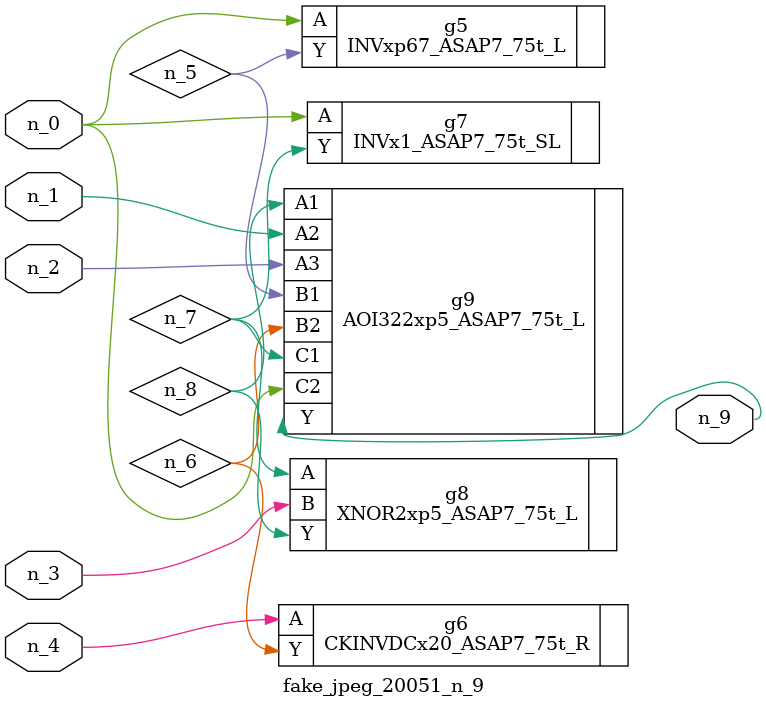
<source format=v>
module fake_jpeg_20051_n_9 (n_3, n_2, n_1, n_0, n_4, n_9);

input n_3;
input n_2;
input n_1;
input n_0;
input n_4;

output n_9;

wire n_8;
wire n_6;
wire n_5;
wire n_7;

INVxp67_ASAP7_75t_L g5 ( 
.A(n_0),
.Y(n_5)
);

CKINVDCx20_ASAP7_75t_R g6 ( 
.A(n_4),
.Y(n_6)
);

INVx1_ASAP7_75t_SL g7 ( 
.A(n_0),
.Y(n_7)
);

XNOR2xp5_ASAP7_75t_L g8 ( 
.A(n_7),
.B(n_3),
.Y(n_8)
);

AOI322xp5_ASAP7_75t_L g9 ( 
.A1(n_8),
.A2(n_1),
.A3(n_2),
.B1(n_5),
.B2(n_6),
.C1(n_7),
.C2(n_0),
.Y(n_9)
);


endmodule
</source>
